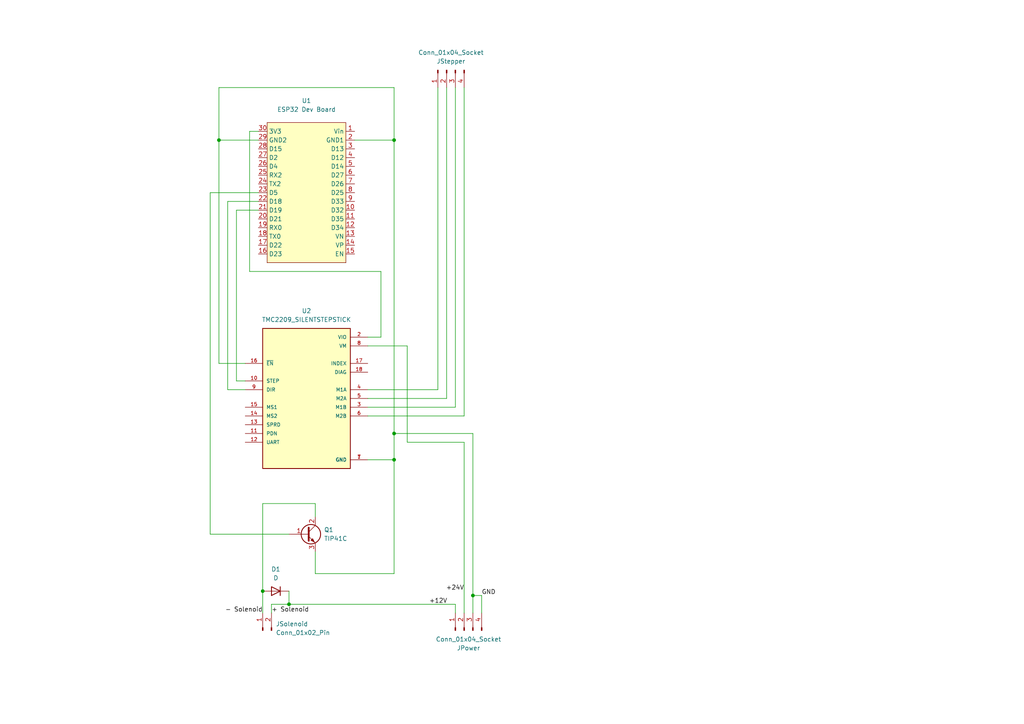
<source format=kicad_sch>
(kicad_sch (version 20231120) (generator "eeschema") (generator_version "8.0")
  (paper "A4")
  (lib_symbols
    (symbol "1_CustomSymbols:ESP32_DevBoard"
      (property "Reference" "U" (at 0 25.4 0))
      (property "Value" "ESP32 Dev Board" (at -0.508 22.606 0))
      (symbol "ESP32_DevBoard_0_1"
        (rectangle (start -11.43 20.32) (end 11.43 -20.32) (fill (type background)))
      )
      (symbol "ESP32_DevBoard_1_1"
        (pin power_in line (at 13.97 17.78 180) (length 2.54) (name "Vin") (number "1"))
        (pin bidirectional line (at 13.97 -5.08 180) (length 2.54) (name "D32") (number "10"))
        (pin bidirectional line (at 13.97 -7.62 180) (length 2.54) (name "D35") (number "11"))
        (pin bidirectional line (at 13.97 -10.16 180) (length 2.54) (name "D34") (number "12"))
        (pin bidirectional line (at 13.97 -12.7 180) (length 2.54) (name "VN") (number "13"))
        (pin bidirectional line (at 13.97 -15.24 180) (length 2.54) (name "VP") (number "14"))
        (pin bidirectional line (at 13.97 -17.78 180) (length 2.54) (name "EN") (number "15"))
        (pin bidirectional line (at -13.97 -17.78 0) (length 2.54) (name "D23") (number "16"))
        (pin bidirectional line (at -13.97 -15.24 0) (length 2.54) (name "D22") (number "17"))
        (pin bidirectional line (at -13.97 -12.7 0) (length 2.54) (name "TX0") (number "18"))
        (pin bidirectional line (at -13.97 -10.16 0) (length 2.54) (name "RX0") (number "19"))
        (pin power_in line (at 13.97 15.24 180) (length 2.54) (name "GND1") (number "2"))
        (pin bidirectional line (at -13.97 -7.62 0) (length 2.54) (name "D21") (number "20"))
        (pin bidirectional line (at -13.97 -5.08 0) (length 2.54) (name "D19") (number "21"))
        (pin bidirectional line (at -13.97 -2.54 0) (length 2.54) (name "D18") (number "22"))
        (pin bidirectional line (at -13.97 0 0) (length 2.54) (name "D5") (number "23"))
        (pin bidirectional line (at -13.97 2.54 0) (length 2.54) (name "TX2") (number "24"))
        (pin bidirectional line (at -13.97 5.08 0) (length 2.54) (name "RX2") (number "25"))
        (pin bidirectional line (at -13.97 7.62 0) (length 2.54) (name "D4") (number "26"))
        (pin bidirectional line (at -13.97 10.16 0) (length 2.54) (name "D2") (number "27"))
        (pin bidirectional line (at -13.97 12.7 0) (length 2.54) (name "D15") (number "28"))
        (pin power_in line (at -13.97 15.24 0) (length 2.54) (name "GND2") (number "29"))
        (pin bidirectional line (at 13.97 12.7 180) (length 2.54) (name "D13") (number "3"))
        (pin power_out line (at -13.97 17.78 0) (length 2.54) (name "3V3") (number "30"))
        (pin bidirectional line (at 13.97 10.16 180) (length 2.54) (name "D12") (number "4"))
        (pin bidirectional line (at 13.97 7.62 180) (length 2.54) (name "D14") (number "5"))
        (pin bidirectional line (at 13.97 5.08 180) (length 2.54) (name "D27") (number "6"))
        (pin bidirectional line (at 13.97 2.54 180) (length 2.54) (name "D26") (number "7"))
        (pin bidirectional line (at 13.97 0 180) (length 2.54) (name "D25") (number "8"))
        (pin bidirectional line (at 13.97 -2.54 180) (length 2.54) (name "D33") (number "9"))
      )
    )
    (symbol "Connector:Conn_01x02_Pin" (pin_names (offset 1.016) hide)
      (property "Reference" "J" (at 0 2.54 0))
      (property "Value" "Conn_01x02_Pin" (at 0 -5.08 0))
      (symbol "Conn_01x02_Pin_1_1"
        (polyline (pts (xy 1.27 -2.54) (xy 0.8636 -2.54)) (stroke (width 0.1524)))
        (polyline (pts (xy 1.27 0) (xy 0.8636 0)) (stroke (width 0.1524)))
        (rectangle (start 0.8636 -2.413) (end 0 -2.667) (stroke (width 0.1524)) (fill (type outline)))
        (rectangle (start 0.8636 0.127) (end 0 -0.127) (stroke (width 0.1524)) (fill (type outline)))
        (pin passive line (at 5.08 0 180) (length 3.81) (name "Pin_1") (number "1"))
        (pin passive line (at 5.08 -2.54 180) (length 3.81) (name "Pin_2") (number "2"))
      )
    )
    (symbol "Connector:Conn_01x04_Pin" (pin_names (offset 1.016) hide)
      (property "Reference" "J" (at 0 5.08 0))
      (property "Value" "Conn_01x04_Pin" (at 0 -7.62 0))
      (symbol "Conn_01x04_Pin_1_1"
        (polyline (pts (xy 1.27 -5.08) (xy 0.8636 -5.08)) (stroke (width 0.1524)))
        (polyline (pts (xy 1.27 -2.54) (xy 0.8636 -2.54)) (stroke (width 0.1524)))
        (polyline (pts (xy 1.27 0) (xy 0.8636 0)) (stroke (width 0.1524)))
        (polyline (pts (xy 1.27 2.54) (xy 0.8636 2.54)) (stroke (width 0.1524)))
        (rectangle (start 0.8636 -4.953) (end 0 -5.207) (stroke (width 0.1524)) (fill (type outline)))
        (rectangle (start 0.8636 -2.413) (end 0 -2.667) (stroke (width 0.1524)) (fill (type outline)))
        (rectangle (start 0.8636 0.127) (end 0 -0.127) (stroke (width 0.1524)) (fill (type outline)))
        (rectangle (start 0.8636 2.667) (end 0 2.413) (stroke (width 0.1524)) (fill (type outline)))
        (pin passive line (at 5.08 2.54 180) (length 3.81) (name "Pin_1") (number "1"))
        (pin passive line (at 5.08 0 180) (length 3.81) (name "Pin_2") (number "2"))
        (pin passive line (at 5.08 -2.54 180) (length 3.81) (name "Pin_3") (number "3"))
        (pin passive line (at 5.08 -5.08 180) (length 3.81) (name "Pin_4") (number "4"))
      )
    )
    (symbol "Device:D" (pin_numbers hide) (pin_names (offset 1.016) hide)
      (property "Reference" "D" (at 0 2.54 0))
      (property "Value" "D" (at 0 -2.54 0))
      (symbol "D_0_1"
        (polyline (pts (xy -1.27 1.27) (xy -1.27 -1.27)) (stroke (width 0.254)))
        (polyline (pts (xy 1.27 0) (xy -1.27 0)))
        (polyline (pts (xy 1.27 1.27) (xy 1.27 -1.27) (xy -1.27 0) (xy 1.27 1.27)) (stroke (width 0.254)))
      )
      (symbol "D_1_1"
        (pin passive line (at -3.81 0 0) (length 2.54) (name "K") (number "1"))
        (pin passive line (at 3.81 0 180) (length 2.54) (name "A") (number "2"))
      )
    )
    (symbol "TMC2209_SILENTSTEPSTICK:TMC2209_SILENTSTEPSTICK" (pin_names (offset 1.016))
      (property "Reference" "U" (at -12.7 22.86 0))
      (property "Value" "TMC2209_SILENTSTEPSTICK" (at -12.7 -22.86 0))
      (symbol "TMC2209_SILENTSTEPSTICK_0_0"
        (rectangle (start -12.7 -20.32) (end 12.7 20.32) (stroke (width 0.254)) (fill (type background)))
        (pin power_in line (at 17.78 -17.78 180) (length 5.08) (name "GND") (number "1"))
        (pin input line (at -17.78 5.08 0) (length 5.08) (name "STEP") (number "10"))
        (pin bidirectional line (at -17.78 -10.16 0) (length 5.08) (name "PDN") (number "11"))
        (pin bidirectional line (at -17.78 -12.7 0) (length 5.08) (name "UART") (number "12"))
        (pin input line (at -17.78 -7.62 0) (length 5.08) (name "SPRD") (number "13"))
        (pin input line (at -17.78 -5.08 0) (length 5.08) (name "MS2") (number "14"))
        (pin input line (at -17.78 -2.54 0) (length 5.08) (name "MS1") (number "15"))
        (pin input line (at -17.78 10.16 0) (length 5.08) (name "~{EN}") (number "16"))
        (pin output line (at 17.78 10.16 180) (length 5.08) (name "INDEX") (number "17"))
        (pin output line (at 17.78 7.62 180) (length 5.08) (name "DIAG") (number "18"))
        (pin power_in line (at 17.78 17.78 180) (length 5.08) (name "VIO") (number "2"))
        (pin output line (at 17.78 -2.54 180) (length 5.08) (name "M1B") (number "3"))
        (pin output line (at 17.78 2.54 180) (length 5.08) (name "M1A") (number "4"))
        (pin output line (at 17.78 0 180) (length 5.08) (name "M2A") (number "5"))
        (pin output line (at 17.78 -5.08 180) (length 5.08) (name "M2B") (number "6"))
        (pin power_in line (at 17.78 -17.78 180) (length 5.08) (name "GND") (number "7"))
        (pin power_in line (at 17.78 15.24 180) (length 5.08) (name "VM") (number "8"))
        (pin input line (at -17.78 2.54 0) (length 5.08) (name "DIR") (number "9"))
      )
    )
    (symbol "Transistor_BJT:TIP41C" (pin_names (offset 0) hide)
      (property "Reference" "Q" (at 6.35 1.905 0))
      (property "Value" "TIP41C" (at 6.35 0 0))
      (symbol "TIP41C_0_1"
        (polyline (pts (xy 0.635 0.635) (xy 2.54 2.54)))
        (polyline (pts (xy 0.635 -0.635) (xy 2.54 -2.54) (xy 2.54 -2.54)))
        (polyline (pts (xy 0.635 1.905) (xy 0.635 -1.905) (xy 0.635 -1.905)) (stroke (width 0.508)))
        (polyline (pts (xy 1.27 -1.778) (xy 1.778 -1.27) (xy 2.286 -2.286) (xy 1.27 -1.778) (xy 1.27 -1.778)) (fill (type outline)))
        (circle (center 1.27 0) (radius 2.8194) (stroke (width 0.254)))
      )
      (symbol "TIP41C_1_1"
        (pin input line (at -5.08 0 0) (length 5.715) (name "B") (number "1"))
        (pin passive line (at 2.54 5.08 270) (length 2.54) (name "C") (number "2"))
        (pin passive line (at 2.54 -5.08 90) (length 2.54) (name "E") (number "3"))
      )
    )
  )
  (junction (at 83.82 175.26))
  (junction (at 114.3 133.35))
  (junction (at 114.3 40.64))
  (junction (at 63.5 40.64))
  (junction (at 76.2 171.45))
  (junction (at 114.3 125.73))
  (junction (at 137.16 172.72))
  (wire (pts (xy 110.49 97.79) (xy 106.68 97.79)))
  (wire (pts (xy 106.68 133.35) (xy 114.3 133.35)))
  (wire (pts (xy 76.2 171.45) (xy 76.2 146.05)))
  (wire (pts (xy 60.96 55.88) (xy 74.93 55.88)))
  (wire (pts (xy 68.58 110.49) (xy 68.58 60.96)))
  (wire (pts (xy 118.11 128.27) (xy 118.11 100.33)))
  (wire (pts (xy 127 25.4) (xy 127 113.03)))
  (wire (pts (xy 76.2 177.8) (xy 76.2 171.45)))
  (wire (pts (xy 106.68 115.57) (xy 129.54 115.57)))
  (wire (pts (xy 139.7 172.72) (xy 139.7 177.8)))
  (wire (pts (xy 83.82 171.45) (xy 83.82 175.26)))
  (wire (pts (xy 72.39 78.74) (xy 110.49 78.74)))
  (wire (pts (xy 129.54 25.4) (xy 129.54 115.57)))
  (wire (pts (xy 132.08 175.26) (xy 132.08 177.8)))
  (wire (pts (xy 83.82 175.26) (xy 132.08 175.26)))
  (wire (pts (xy 110.49 78.74) (xy 110.49 97.79)))
  (wire (pts (xy 114.3 25.4) (xy 114.3 40.64)))
  (wire (pts (xy 74.93 58.42) (xy 66.04 58.42)))
  (wire (pts (xy 74.93 38.1) (xy 72.39 38.1)))
  (wire (pts (xy 71.12 105.41) (xy 63.5 105.41)))
  (wire (pts (xy 134.62 120.65) (xy 134.62 25.4)))
  (wire (pts (xy 134.62 128.27) (xy 118.11 128.27)))
  (wire (pts (xy 63.5 40.64) (xy 63.5 25.4)))
  (wire (pts (xy 60.96 154.94) (xy 60.96 55.88)))
  (wire (pts (xy 114.3 125.73) (xy 114.3 133.35)))
  (wire (pts (xy 68.58 60.96) (xy 74.93 60.96)))
  (wire (pts (xy 72.39 38.1) (xy 72.39 78.74)))
  (wire (pts (xy 83.82 154.94) (xy 60.96 154.94)))
  (wire (pts (xy 63.5 40.64) (xy 63.5 105.41)))
  (wire (pts (xy 114.3 166.37) (xy 114.3 133.35)))
  (wire (pts (xy 106.68 118.11) (xy 132.08 118.11)))
  (wire (pts (xy 137.16 172.72) (xy 137.16 177.8)))
  (wire (pts (xy 78.74 175.26) (xy 78.74 177.8)))
  (wire (pts (xy 137.16 172.72) (xy 139.7 172.72)))
  (wire (pts (xy 132.08 118.11) (xy 132.08 25.4)))
  (wire (pts (xy 66.04 58.42) (xy 66.04 113.03)))
  (wire (pts (xy 106.68 120.65) (xy 134.62 120.65)))
  (wire (pts (xy 66.04 113.03) (xy 71.12 113.03)))
  (wire (pts (xy 91.44 146.05) (xy 91.44 149.86)))
  (wire (pts (xy 114.3 40.64) (xy 114.3 125.73)))
  (wire (pts (xy 63.5 25.4) (xy 114.3 25.4)))
  (wire (pts (xy 137.16 125.73) (xy 114.3 125.73)))
  (wire (pts (xy 71.12 110.49) (xy 68.58 110.49)))
  (wire (pts (xy 106.68 113.03) (xy 127 113.03)))
  (wire (pts (xy 76.2 146.05) (xy 91.44 146.05)))
  (wire (pts (xy 137.16 125.73) (xy 137.16 172.72)))
  (wire (pts (xy 114.3 40.64) (xy 102.87 40.64)))
  (wire (pts (xy 91.44 166.37) (xy 91.44 160.02)))
  (wire (pts (xy 134.62 128.27) (xy 134.62 177.8)))
  (wire (pts (xy 118.11 100.33) (xy 106.68 100.33)))
  (wire (pts (xy 91.44 166.37) (xy 114.3 166.37)))
  (wire (pts (xy 74.93 40.64) (xy 63.5 40.64)))
  (wire (pts (xy 78.74 175.26) (xy 83.82 175.26)))
  (label "GND" (at 139.7 172.72 0))
  (label "+24V" (at 134.62 171.45 180))
  (label "+ Solenoid" (at 78.74 177.8 0))
  (label "+12V" (at 124.46 175.26 0))
  (label "- Solenoid" (at 76.2 177.8 180))
  (symbol (lib_id "TMC2209_SILENTSTEPSTICK:TMC2209_SILENTSTEPSTICK") (at 88.9 115.57 0) (unit 1)
    (property "Reference" "U2" (at 88.9 90.17 0))
    (property "Value" "TMC2209_SILENTSTEPSTICK" (at 88.9 92.71 0))
    (property "Footprint" "TMC2209_SILENTSTEPSTICK:MODULE_TMC2209_SILENTSTEPSTICK" (effects (hide yes)))
    (property "MF" "Trinamic Motion Control GmbH" (effects (hide yes)))
    (property "Description_1" "\n                        \n                            TMC2209 Motor Controller/Driver Power Management Evaluation Board\n                        \n" (effects (hide yes)))
    (property "Package" "None" (effects (hide yes)))
    (property "Price" "None" (effects (hide yes)))
    (property "Check_prices" "https://www.snapeda.com/parts/TMC2209%20SILENTSTEPSTICK/Trinamic/view-part/?ref=eda" (effects (hide yes)))
    (property "STANDARD" "Manufacturer Recommendations" (effects (hide yes)))
    (property "PARTREV" "1.20" (effects (hide yes)))
    (property "SnapEDA_Link" "https://www.snapeda.com/parts/TMC2209%20SILENTSTEPSTICK/Trinamic/view-part/?ref=snap" (effects (hide yes)))
    (property "MP" "TMC2209 SILENTSTEPSTICK" (effects (hide yes)))
    (property "MANUFACTURER" "Trinamic Motion Control GmbH" (effects (hide yes)))
    (property "Availability" "Not in stock" (effects (hide yes)))
    (property "SNAPEDA_PN" "TMC2209 SILENTSTEPSTICK" (effects (hide yes)))
  )
  (symbol (lib_id "1_CustomSymbols:ESP32_DevBoard") (at 88.9 55.88 0) (unit 1)
    (property "Reference" "U1" (at 88.9 29.21 0))
    (property "Value" "ESP32 Dev Board" (at 88.9 31.75 0))
  )
  (symbol (lib_id "Connector:Conn_01x04_Pin") (at 134.62 182.88 90) (unit 1)
    (property "Reference" "JPower" (at 135.89 187.96 90))
    (property "Value" "Conn_01x04_Socket" (at 135.89 185.42 90))
    (property "Description" "Generic connector, single row, 01x04, script generated" (effects (hide yes)))
  )
  (symbol (lib_id "Connector:Conn_01x02_Pin") (at 76.2 182.88 90) (unit 1)
    (property "Reference" "JSolenoid" (at 80.01 180.9749 90) (effects (justify right)))
    (property "Value" "Conn_01x02_Pin" (at 80.01 183.5149 90) (effects (justify right)))
    (property "Description" "Generic connector, single row, 01x02, script generated" (effects (hide yes)))
  )
  (symbol (lib_id "Transistor_BJT:TIP41C") (at 88.9 154.94 0) (unit 1)
    (property "Reference" "Q1" (at 93.98 153.6699 0) (effects (justify left)))
    (property "Value" "TIP41C" (at 93.98 156.2099 0) (effects (justify left)))
    (property "Footprint" "Package_TO_SOT_THT:TO-220-3_Vertical" (effects (hide yes)))
    (property "Datasheet" "https://www.centralsemi.com/get_document.php?cmp=1&mergetype=pd&mergepath=pd&pdf_id=tip41.PDF" (effects (hide yes)))
    (property "Description" "6A Ic, 100V Vce, Power NPN Transistor, TO-220" (effects (hide yes)))
  )
  (symbol (lib_id "Device:D") (at 80.01 171.45 180) (unit 1)
    (property "Reference" "D1" (at 80.01 165.1 0))
    (property "Value" "D" (at 80.01 167.64 0))
    (property "Description" "Diode" (effects (hide yes)))
    (property "Sim.Device" "D" (effects (hide yes)))
    (property "Sim.Pins" "1=K 2=A" (effects (hide yes)))
  )
  (symbol (lib_id "Connector:Conn_01x04_Pin") (at 129.54 20.32 90) (mirror x) (unit 1)
    (property "Reference" "JStepper" (at 130.81 17.78 90))
    (property "Value" "Conn_01x04_Socket" (at 130.81 15.24 90))
    (property "Description" "Generic connector, single row, 01x04, script generated" (effects (hide yes)))
  )
)
</source>
